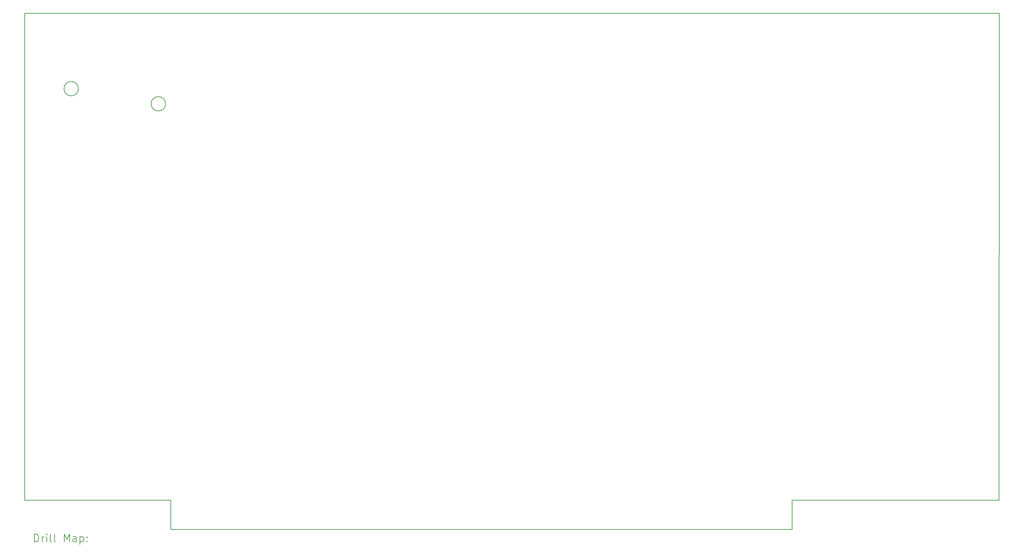
<source format=gbr>
%TF.GenerationSoftware,KiCad,Pcbnew,8.0.6*%
%TF.CreationDate,2025-02-23T11:00:09+00:00*%
%TF.ProjectId,Northstart Floating point,4e6f7274-6873-4746-9172-7420466c6f61,rev?*%
%TF.SameCoordinates,Original*%
%TF.FileFunction,Drillmap*%
%TF.FilePolarity,Positive*%
%FSLAX45Y45*%
G04 Gerber Fmt 4.5, Leading zero omitted, Abs format (unit mm)*
G04 Created by KiCad (PCBNEW 8.0.6) date 2025-02-23 11:00:09*
%MOMM*%
%LPD*%
G01*
G04 APERTURE LIST*
%ADD10C,0.152400*%
%ADD11C,0.200000*%
G04 APERTURE END LIST*
D10*
X3430500Y-4249000D02*
G75*
G02*
X3055500Y-4249000I-187500J0D01*
G01*
X3055500Y-4249000D02*
G75*
G02*
X3430500Y-4249000I187500J0D01*
G01*
X5702500Y-4643000D02*
G75*
G02*
X5327500Y-4643000I-187500J0D01*
G01*
X5327500Y-4643000D02*
G75*
G02*
X5702500Y-4643000I187500J0D01*
G01*
X22034500Y-15748000D02*
X5842000Y-15748000D01*
X27432000Y-14986000D02*
X27439000Y-2286000D01*
X2032000Y-2921000D02*
X2032000Y-14986000D01*
X5842000Y-14986000D02*
X2032000Y-14986000D01*
X27439000Y-2286000D02*
X2030000Y-2286000D01*
X22034500Y-14986000D02*
X22034500Y-15748000D01*
X2030000Y-2286000D02*
X2032000Y-2921000D01*
X5842000Y-15748000D02*
X5842000Y-14986000D01*
X27432000Y-14986000D02*
X22034500Y-14986000D01*
D11*
X2283157Y-16067104D02*
X2283157Y-15867104D01*
X2283157Y-15867104D02*
X2330776Y-15867104D01*
X2330776Y-15867104D02*
X2359347Y-15876628D01*
X2359347Y-15876628D02*
X2378395Y-15895675D01*
X2378395Y-15895675D02*
X2387919Y-15914723D01*
X2387919Y-15914723D02*
X2397443Y-15952818D01*
X2397443Y-15952818D02*
X2397443Y-15981389D01*
X2397443Y-15981389D02*
X2387919Y-16019485D01*
X2387919Y-16019485D02*
X2378395Y-16038532D01*
X2378395Y-16038532D02*
X2359347Y-16057580D01*
X2359347Y-16057580D02*
X2330776Y-16067104D01*
X2330776Y-16067104D02*
X2283157Y-16067104D01*
X2483157Y-16067104D02*
X2483157Y-15933770D01*
X2483157Y-15971866D02*
X2492681Y-15952818D01*
X2492681Y-15952818D02*
X2502204Y-15943294D01*
X2502204Y-15943294D02*
X2521252Y-15933770D01*
X2521252Y-15933770D02*
X2540300Y-15933770D01*
X2606966Y-16067104D02*
X2606966Y-15933770D01*
X2606966Y-15867104D02*
X2597443Y-15876628D01*
X2597443Y-15876628D02*
X2606966Y-15886151D01*
X2606966Y-15886151D02*
X2616490Y-15876628D01*
X2616490Y-15876628D02*
X2606966Y-15867104D01*
X2606966Y-15867104D02*
X2606966Y-15886151D01*
X2730776Y-16067104D02*
X2711728Y-16057580D01*
X2711728Y-16057580D02*
X2702204Y-16038532D01*
X2702204Y-16038532D02*
X2702204Y-15867104D01*
X2835538Y-16067104D02*
X2816490Y-16057580D01*
X2816490Y-16057580D02*
X2806966Y-16038532D01*
X2806966Y-16038532D02*
X2806966Y-15867104D01*
X3064109Y-16067104D02*
X3064109Y-15867104D01*
X3064109Y-15867104D02*
X3130776Y-16009961D01*
X3130776Y-16009961D02*
X3197442Y-15867104D01*
X3197442Y-15867104D02*
X3197442Y-16067104D01*
X3378395Y-16067104D02*
X3378395Y-15962342D01*
X3378395Y-15962342D02*
X3368871Y-15943294D01*
X3368871Y-15943294D02*
X3349823Y-15933770D01*
X3349823Y-15933770D02*
X3311728Y-15933770D01*
X3311728Y-15933770D02*
X3292681Y-15943294D01*
X3378395Y-16057580D02*
X3359347Y-16067104D01*
X3359347Y-16067104D02*
X3311728Y-16067104D01*
X3311728Y-16067104D02*
X3292681Y-16057580D01*
X3292681Y-16057580D02*
X3283157Y-16038532D01*
X3283157Y-16038532D02*
X3283157Y-16019485D01*
X3283157Y-16019485D02*
X3292681Y-16000437D01*
X3292681Y-16000437D02*
X3311728Y-15990913D01*
X3311728Y-15990913D02*
X3359347Y-15990913D01*
X3359347Y-15990913D02*
X3378395Y-15981389D01*
X3473633Y-15933770D02*
X3473633Y-16133770D01*
X3473633Y-15943294D02*
X3492681Y-15933770D01*
X3492681Y-15933770D02*
X3530776Y-15933770D01*
X3530776Y-15933770D02*
X3549823Y-15943294D01*
X3549823Y-15943294D02*
X3559347Y-15952818D01*
X3559347Y-15952818D02*
X3568871Y-15971866D01*
X3568871Y-15971866D02*
X3568871Y-16029008D01*
X3568871Y-16029008D02*
X3559347Y-16048056D01*
X3559347Y-16048056D02*
X3549823Y-16057580D01*
X3549823Y-16057580D02*
X3530776Y-16067104D01*
X3530776Y-16067104D02*
X3492681Y-16067104D01*
X3492681Y-16067104D02*
X3473633Y-16057580D01*
X3654585Y-16048056D02*
X3664109Y-16057580D01*
X3664109Y-16057580D02*
X3654585Y-16067104D01*
X3654585Y-16067104D02*
X3645062Y-16057580D01*
X3645062Y-16057580D02*
X3654585Y-16048056D01*
X3654585Y-16048056D02*
X3654585Y-16067104D01*
X3654585Y-15943294D02*
X3664109Y-15952818D01*
X3664109Y-15952818D02*
X3654585Y-15962342D01*
X3654585Y-15962342D02*
X3645062Y-15952818D01*
X3645062Y-15952818D02*
X3654585Y-15943294D01*
X3654585Y-15943294D02*
X3654585Y-15962342D01*
M02*

</source>
